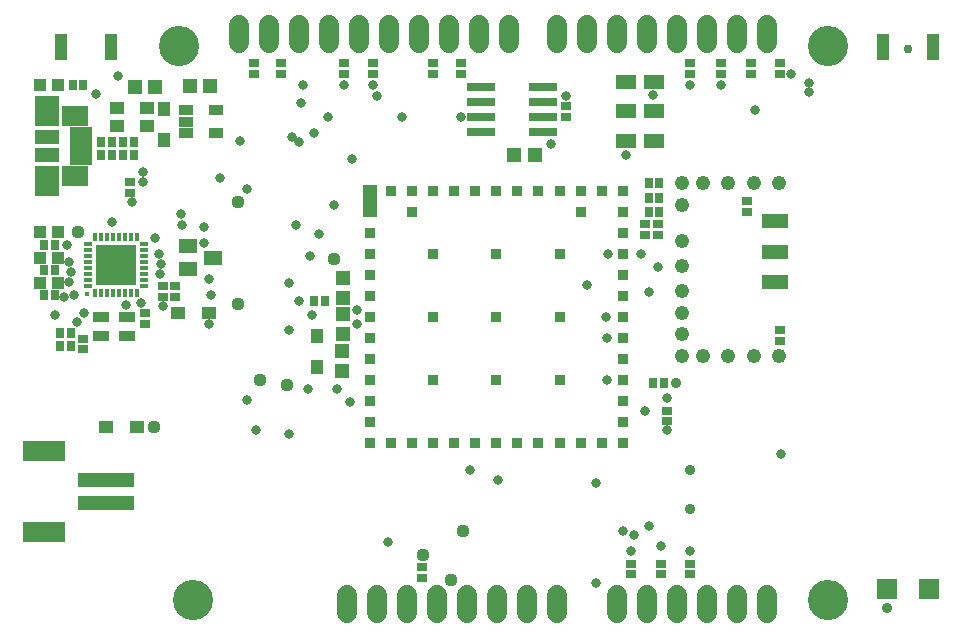
<source format=gts>
G75*
%MOIN*%
%OFA0B0*%
%FSLAX25Y25*%
%IPPOS*%
%LPD*%
%AMOC8*
5,1,8,0,0,1.08239X$1,22.5*
%
%ADD10R,0.08674X0.05131*%
%ADD11R,0.05131X0.04737*%
%ADD12R,0.02600X0.03800*%
%ADD13R,0.03800X0.02600*%
%ADD14R,0.04619X0.10603*%
%ADD15R,0.03595X0.03595*%
%ADD16R,0.04737X0.05131*%
%ADD17R,0.04698X0.03517*%
%ADD18R,0.03950X0.03950*%
%ADD19R,0.03950X0.04737*%
%ADD20R,0.03950X0.08674*%
%ADD21C,0.06737*%
%ADD22C,0.13398*%
%ADD23R,0.13780X0.13780*%
%ADD24R,0.01378X0.02953*%
%ADD25R,0.02953X0.01378*%
%ADD26R,0.01784X0.01784*%
%ADD27R,0.05800X0.03300*%
%ADD28R,0.07493X0.02572*%
%ADD29R,0.09068X0.06607*%
%ADD30R,0.08280X0.10150*%
%ADD31R,0.08268X0.04528*%
%ADD32R,0.04737X0.03950*%
%ADD33R,0.06312X0.04737*%
%ADD34R,0.06706X0.06706*%
%ADD35R,0.09461X0.03162*%
%ADD36R,0.18910X0.04737*%
%ADD37R,0.14186X0.07099*%
%ADD38R,0.07099X0.04737*%
%ADD39C,0.03200*%
%ADD40C,0.04000*%
%ADD41C,0.04400*%
%ADD42C,0.03000*%
%ADD43C,0.04762*%
%ADD44C,0.03600*%
D10*
X0279848Y0133561D03*
X0279848Y0143600D03*
X0279848Y0153639D03*
D11*
X0135648Y0134822D03*
X0135648Y0128129D03*
X0135598Y0122846D03*
X0135598Y0116154D03*
X0135548Y0110546D03*
X0135548Y0103854D03*
D12*
X0129648Y0127200D03*
X0126048Y0127200D03*
X0066048Y0175800D03*
X0062448Y0175800D03*
X0058848Y0175800D03*
X0055248Y0175800D03*
X0055248Y0180000D03*
X0058848Y0180000D03*
X0062448Y0180000D03*
X0066048Y0180000D03*
X0049248Y0199000D03*
X0045648Y0199000D03*
X0039648Y0145800D03*
X0036048Y0145800D03*
X0036048Y0137400D03*
X0039648Y0137400D03*
X0039648Y0129000D03*
X0036048Y0129000D03*
X0041448Y0116400D03*
X0045048Y0116400D03*
X0045048Y0112200D03*
X0041448Y0112200D03*
X0237648Y0156800D03*
X0241248Y0156800D03*
X0241248Y0161600D03*
X0237648Y0161600D03*
X0237648Y0166400D03*
X0241248Y0166400D03*
X0242698Y0099775D03*
X0239098Y0099775D03*
D13*
X0243648Y0090600D03*
X0243648Y0087000D03*
X0281448Y0113800D03*
X0281448Y0117400D03*
X0240711Y0149200D03*
X0236448Y0149200D03*
X0236448Y0152800D03*
X0240711Y0152800D03*
X0270448Y0156800D03*
X0270448Y0160400D03*
X0210048Y0188400D03*
X0210048Y0192000D03*
X0175248Y0202800D03*
X0175248Y0206400D03*
X0165648Y0206400D03*
X0165648Y0202800D03*
X0145848Y0202800D03*
X0145848Y0206400D03*
X0136248Y0206400D03*
X0136248Y0202800D03*
X0115248Y0202800D03*
X0115248Y0206400D03*
X0106248Y0206400D03*
X0106248Y0202800D03*
X0064848Y0166800D03*
X0064848Y0163200D03*
X0075648Y0132000D03*
X0075648Y0128400D03*
X0079848Y0128400D03*
X0079848Y0132000D03*
X0069648Y0123000D03*
X0069648Y0119400D03*
X0049248Y0114600D03*
X0049248Y0111000D03*
X0162203Y0038390D03*
X0162203Y0034790D03*
X0231648Y0036000D03*
X0231648Y0039600D03*
X0241848Y0039600D03*
X0241848Y0036000D03*
X0251448Y0036000D03*
X0251448Y0039600D03*
X0251448Y0202800D03*
X0251448Y0206400D03*
X0261648Y0206400D03*
X0261648Y0202800D03*
X0271848Y0202800D03*
X0271848Y0206400D03*
X0281448Y0206400D03*
X0281448Y0202800D03*
D14*
X0144848Y0160400D03*
D15*
X0151856Y0163904D03*
X0158864Y0163904D03*
X0165872Y0163904D03*
X0172879Y0163904D03*
X0179887Y0163904D03*
X0186895Y0163904D03*
X0193903Y0163904D03*
X0200911Y0163904D03*
X0207919Y0163904D03*
X0214927Y0163904D03*
X0221935Y0163904D03*
X0228942Y0163904D03*
X0228942Y0156896D03*
X0228942Y0149888D03*
X0228942Y0142880D03*
X0228942Y0135872D03*
X0228942Y0128865D03*
X0228942Y0121857D03*
X0228942Y0114849D03*
X0228942Y0107841D03*
X0228942Y0100833D03*
X0228942Y0093825D03*
X0228942Y0086817D03*
X0228942Y0079809D03*
X0221935Y0079809D03*
X0214927Y0079809D03*
X0207919Y0079809D03*
X0200911Y0079809D03*
X0193903Y0079809D03*
X0186895Y0079809D03*
X0179887Y0079809D03*
X0172879Y0079809D03*
X0165872Y0079809D03*
X0158864Y0079809D03*
X0151856Y0079809D03*
X0144848Y0079809D03*
X0144848Y0086817D03*
X0144848Y0093825D03*
X0144848Y0100833D03*
X0144848Y0107841D03*
X0144848Y0114849D03*
X0144848Y0121857D03*
X0144848Y0128865D03*
X0144848Y0135872D03*
X0144848Y0142880D03*
X0144848Y0149888D03*
X0158864Y0156896D03*
X0165872Y0142880D03*
X0186895Y0142880D03*
X0207919Y0142880D03*
X0214927Y0156896D03*
X0207919Y0121857D03*
X0186895Y0121857D03*
X0165872Y0121857D03*
X0165872Y0100833D03*
X0186895Y0100833D03*
X0207919Y0100833D03*
D16*
X0199594Y0175800D03*
X0192901Y0175800D03*
X0091294Y0198700D03*
X0084601Y0198700D03*
X0072994Y0198600D03*
X0066301Y0198600D03*
D17*
X0083269Y0190640D03*
X0083269Y0186900D03*
X0083269Y0183160D03*
X0093466Y0183160D03*
X0093466Y0190640D03*
D18*
X0040801Y0199000D03*
X0034895Y0199000D03*
X0034895Y0150000D03*
X0040801Y0150000D03*
X0040801Y0141600D03*
X0034895Y0141600D03*
X0034895Y0133200D03*
X0040801Y0133200D03*
D19*
X0076248Y0180882D03*
X0076248Y0191118D03*
X0127248Y0115518D03*
X0127248Y0105282D03*
D20*
X0058416Y0211800D03*
X0041880Y0211800D03*
X0315780Y0211800D03*
X0332316Y0211800D03*
D21*
X0277048Y0213231D02*
X0277048Y0219169D01*
X0267048Y0219169D02*
X0267048Y0213231D01*
X0257048Y0213231D02*
X0257048Y0219169D01*
X0247048Y0219169D02*
X0247048Y0213231D01*
X0237048Y0213231D02*
X0237048Y0219169D01*
X0227048Y0219169D02*
X0227048Y0213231D01*
X0217048Y0213231D02*
X0217048Y0219169D01*
X0207048Y0219169D02*
X0207048Y0213231D01*
X0191048Y0213231D02*
X0191048Y0219169D01*
X0181048Y0219169D02*
X0181048Y0213231D01*
X0171048Y0213231D02*
X0171048Y0219169D01*
X0161048Y0219169D02*
X0161048Y0213231D01*
X0151048Y0213231D02*
X0151048Y0219169D01*
X0141048Y0219169D02*
X0141048Y0213231D01*
X0131048Y0213231D02*
X0131048Y0219169D01*
X0121048Y0219169D02*
X0121048Y0213231D01*
X0111048Y0213231D02*
X0111048Y0219169D01*
X0101048Y0219169D02*
X0101048Y0213231D01*
X0137048Y0029169D02*
X0137048Y0023231D01*
X0147048Y0023231D02*
X0147048Y0029169D01*
X0157048Y0029169D02*
X0157048Y0023231D01*
X0167048Y0023231D02*
X0167048Y0029169D01*
X0177048Y0029169D02*
X0177048Y0023231D01*
X0187048Y0023231D02*
X0187048Y0029169D01*
X0197048Y0029169D02*
X0197048Y0023231D01*
X0207048Y0023231D02*
X0207048Y0029169D01*
X0227048Y0029169D02*
X0227048Y0023231D01*
X0237048Y0023231D02*
X0237048Y0029169D01*
X0247048Y0029169D02*
X0247048Y0023231D01*
X0257048Y0023231D02*
X0257048Y0029169D01*
X0267048Y0029169D02*
X0267048Y0023231D01*
X0277048Y0023231D02*
X0277048Y0029169D01*
D22*
X0297348Y0027300D03*
X0085898Y0027300D03*
X0081098Y0212100D03*
X0297348Y0212100D03*
D23*
X0060048Y0139100D03*
D24*
X0061032Y0129848D03*
X0059064Y0129848D03*
X0057095Y0129848D03*
X0055127Y0129848D03*
X0053158Y0129848D03*
X0063001Y0129848D03*
X0064969Y0129848D03*
X0066938Y0129848D03*
X0066938Y0148352D03*
X0064969Y0148352D03*
X0063001Y0148352D03*
X0061032Y0148352D03*
X0059064Y0148352D03*
X0057095Y0148352D03*
X0055127Y0148352D03*
X0053158Y0148352D03*
D25*
X0050796Y0145990D03*
X0050796Y0144021D03*
X0050796Y0142053D03*
X0050796Y0140084D03*
X0050796Y0138116D03*
X0050796Y0136147D03*
X0050796Y0134179D03*
X0050796Y0132210D03*
X0069300Y0132210D03*
X0069300Y0134179D03*
X0069300Y0136147D03*
X0069300Y0138116D03*
X0069300Y0140084D03*
X0069300Y0142053D03*
X0069300Y0144021D03*
X0069300Y0145990D03*
D26*
X0050540Y0129592D03*
D27*
X0055148Y0121900D03*
X0063748Y0121900D03*
X0063748Y0115300D03*
X0055148Y0115300D03*
D28*
X0048272Y0173682D03*
X0048272Y0176241D03*
X0048272Y0178800D03*
X0048272Y0181359D03*
X0048272Y0183918D03*
D29*
X0046303Y0188643D03*
X0046303Y0168957D03*
D30*
X0037248Y0167186D03*
X0037248Y0190414D03*
D31*
X0037248Y0181851D03*
X0037248Y0175749D03*
D32*
X0060330Y0185400D03*
X0060330Y0191400D03*
X0070566Y0191400D03*
X0070566Y0185400D03*
X0080730Y0123000D03*
X0090966Y0123000D03*
X0066966Y0085200D03*
X0056730Y0085200D03*
D33*
X0083917Y0137860D03*
X0092579Y0141600D03*
X0083917Y0145340D03*
D34*
X0317158Y0030975D03*
X0330938Y0030975D03*
D35*
X0202284Y0183300D03*
X0202284Y0188300D03*
X0202284Y0193300D03*
X0202284Y0198300D03*
X0181812Y0198300D03*
X0181812Y0193300D03*
X0181812Y0188300D03*
X0181812Y0183300D03*
D36*
X0056615Y0067537D03*
X0056615Y0059663D03*
D37*
X0036142Y0050214D03*
X0036142Y0076986D03*
D38*
X0229999Y0180600D03*
X0239448Y0180600D03*
X0239448Y0190443D03*
X0229999Y0190443D03*
X0229999Y0200285D03*
X0239448Y0200285D03*
D39*
X0239242Y0195691D03*
X0251448Y0199200D03*
X0261648Y0199200D03*
X0273048Y0190800D03*
X0285048Y0202800D03*
X0291048Y0199800D03*
X0291048Y0196800D03*
X0229969Y0175857D03*
X0205248Y0179400D03*
X0210048Y0195600D03*
X0175248Y0188400D03*
X0155448Y0188400D03*
X0147040Y0195341D03*
X0145848Y0199200D03*
X0136248Y0199200D03*
X0130848Y0188400D03*
X0126048Y0183000D03*
X0121248Y0180000D03*
X0118848Y0181800D03*
X0101448Y0180600D03*
X0121848Y0193200D03*
X0122448Y0199200D03*
X0138648Y0174600D03*
X0132648Y0159000D03*
X0120048Y0152400D03*
X0127848Y0149400D03*
X0124848Y0142200D03*
X0117648Y0133200D03*
X0121248Y0127200D03*
X0125448Y0122400D03*
X0117648Y0117600D03*
X0140448Y0119400D03*
X0140448Y0124200D03*
X0133848Y0097800D03*
X0138048Y0093600D03*
X0124248Y0097800D03*
X0103848Y0094200D03*
X0106848Y0084000D03*
X0117648Y0082800D03*
X0150648Y0046800D03*
X0178248Y0070800D03*
X0187491Y0067453D03*
X0220248Y0066600D03*
X0229248Y0050400D03*
X0232848Y0049200D03*
X0237648Y0052200D03*
X0241848Y0045600D03*
X0231648Y0043800D03*
X0220248Y0033000D03*
X0251448Y0043800D03*
X0281673Y0076275D03*
X0243648Y0084000D03*
X0236448Y0090600D03*
X0243648Y0094800D03*
X0223848Y0100800D03*
X0223648Y0114800D03*
X0223448Y0121800D03*
X0217248Y0132600D03*
X0224161Y0142804D03*
X0235248Y0142800D03*
X0240648Y0138600D03*
X0237648Y0130200D03*
X0103848Y0164400D03*
X0094848Y0168000D03*
X0081648Y0156000D03*
X0082248Y0152400D03*
X0089448Y0151800D03*
X0089448Y0146400D03*
X0074448Y0142800D03*
X0074982Y0139355D03*
X0074808Y0136200D03*
X0068356Y0126322D03*
X0063249Y0125843D03*
X0075648Y0125400D03*
X0091848Y0129000D03*
X0091248Y0134400D03*
X0091248Y0119400D03*
X0073248Y0148200D03*
X0058848Y0153600D03*
X0065448Y0160200D03*
X0069048Y0166800D03*
X0069071Y0170181D03*
X0043848Y0145800D03*
X0044448Y0139995D03*
X0045071Y0136731D03*
X0044555Y0133523D03*
X0046230Y0129203D03*
X0042771Y0128569D03*
X0039648Y0122400D03*
X0047238Y0120259D03*
X0049276Y0123006D03*
X0053448Y0196200D03*
X0060648Y0202200D03*
D40*
X0060048Y0139100D03*
D41*
X0047448Y0150000D03*
X0100848Y0160200D03*
X0132648Y0141000D03*
X0100848Y0126000D03*
X0108048Y0100800D03*
X0117048Y0099000D03*
X0072648Y0085200D03*
X0162259Y0042600D03*
X0171648Y0034200D03*
X0175848Y0050400D03*
D42*
X0324048Y0211200D03*
D43*
X0281048Y0166400D03*
X0272648Y0166400D03*
X0264248Y0166400D03*
X0255848Y0166400D03*
X0248648Y0166400D03*
X0248648Y0159200D03*
X0248648Y0147200D03*
X0248648Y0138800D03*
X0248648Y0130400D03*
X0248648Y0123200D03*
X0248648Y0116000D03*
X0248648Y0108800D03*
X0255848Y0108800D03*
X0264248Y0108800D03*
X0272648Y0108800D03*
X0281048Y0108800D03*
D44*
X0246798Y0099750D03*
X0251523Y0070875D03*
X0251373Y0057675D03*
X0316981Y0024881D03*
M02*

</source>
